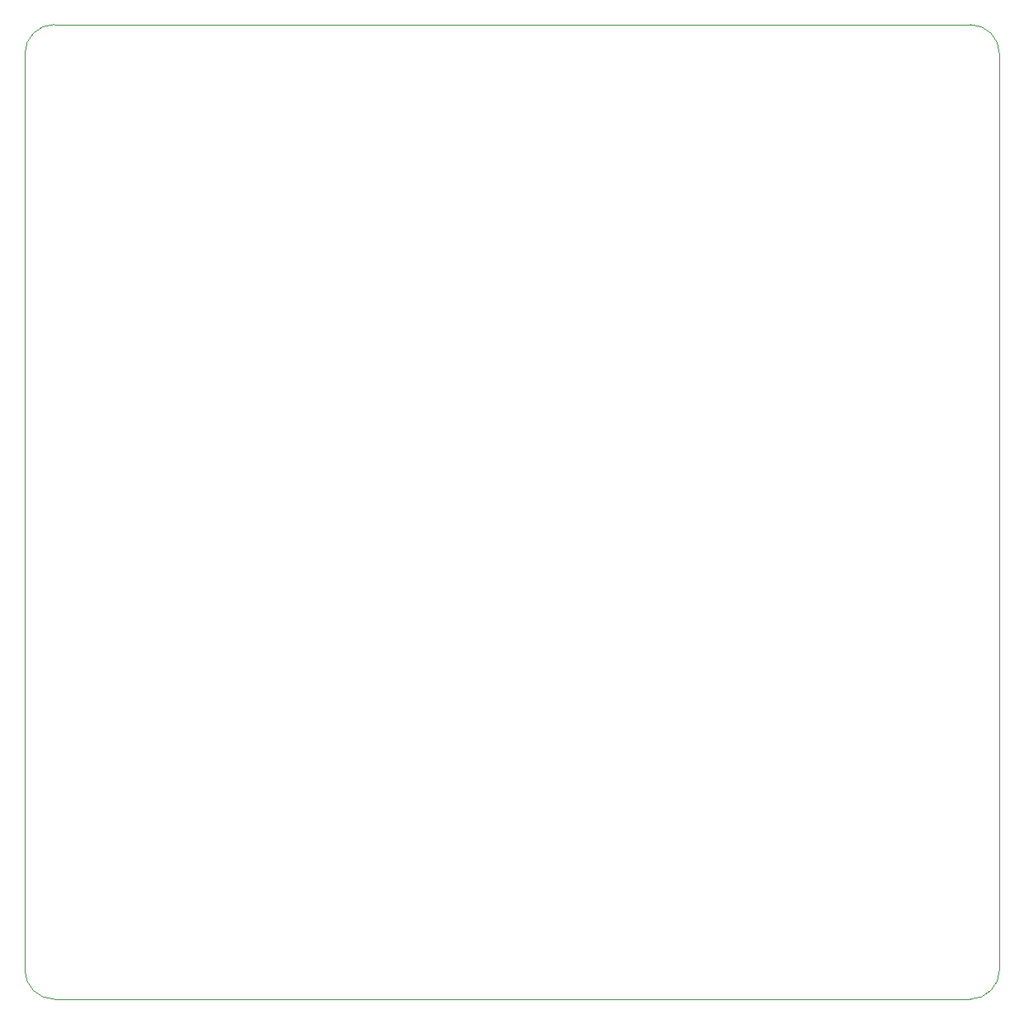
<source format=gm1>
G04 #@! TF.GenerationSoftware,KiCad,Pcbnew,(6.0.8)*
G04 #@! TF.CreationDate,2022-12-11T20:38:51-08:00*
G04 #@! TF.ProjectId,EveryDayCalendarSingleMonth,45766572-7944-4617-9943-616c656e6461,rev?*
G04 #@! TF.SameCoordinates,Original*
G04 #@! TF.FileFunction,Profile,NP*
%FSLAX46Y46*%
G04 Gerber Fmt 4.6, Leading zero omitted, Abs format (unit mm)*
G04 Created by KiCad (PCBNEW (6.0.8)) date 2022-12-11 20:38:51*
%MOMM*%
%LPD*%
G01*
G04 APERTURE LIST*
G04 #@! TA.AperFunction,Profile*
%ADD10C,0.100000*%
G04 #@! TD*
G04 APERTURE END LIST*
D10*
X147000000Y-140000000D02*
X53000000Y-140000000D01*
X150000000Y-137000000D02*
X150000000Y-43000000D01*
X147000000Y-140000000D02*
G75*
G03*
X150000000Y-137000000I0J3000000D01*
G01*
X150000000Y-43000000D02*
G75*
G03*
X147000000Y-40000000I-3000000J0D01*
G01*
X50000000Y-137000000D02*
G75*
G03*
X53000000Y-140000000I3000000J0D01*
G01*
X50000000Y-43000000D02*
X50000000Y-137000000D01*
X53000000Y-40000000D02*
G75*
G03*
X50000000Y-43000000I0J-3000000D01*
G01*
X53000000Y-40000000D02*
X147000000Y-40000000D01*
M02*

</source>
